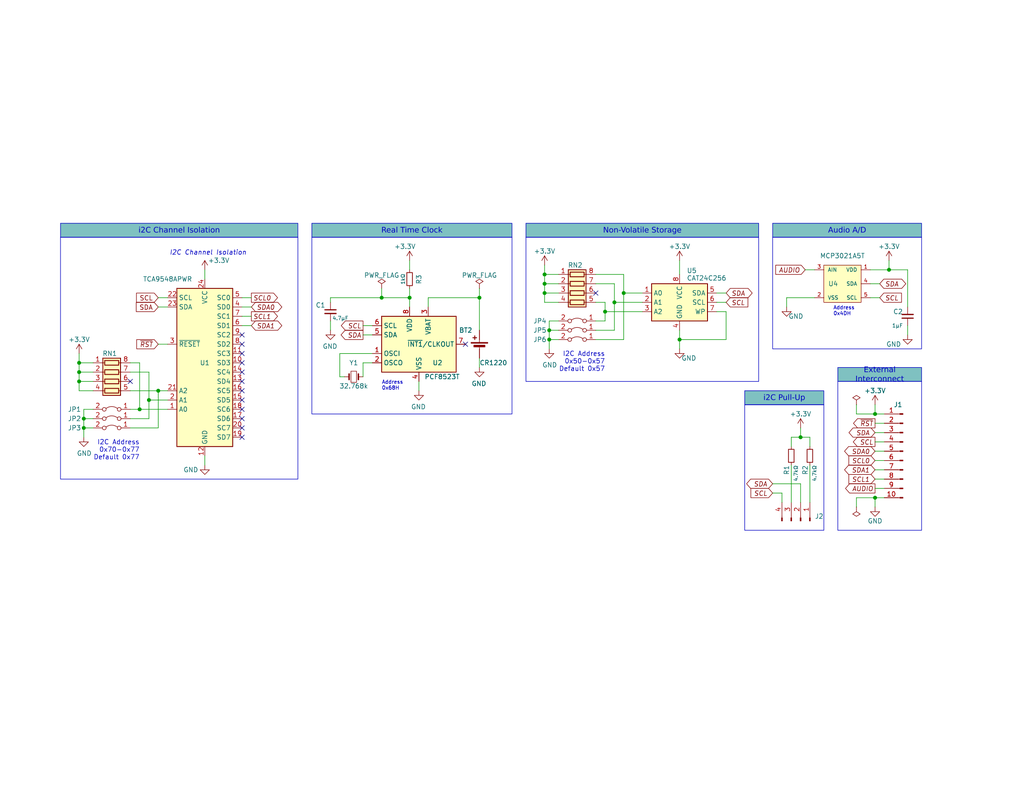
<source format=kicad_sch>
(kicad_sch (version 20230121) (generator eeschema)
  (paper "USLetter")
  (title_block (title "Radio Support") (date "2023-09-13") (rev "Original") (comment 2 "Design By: Nancy Gail Daniels - AD5EU"))
  (lib_symbols
    (symbol "Connector:Conn_01x04_Pin" (pin_names (offset 1.016) hide)
      (property "Reference" "J" (at 0 5.08 0))
      (property "Value" "Conn_01x04_Pin" (at 0 -7.62 0))
      (symbol "Conn_01x04_Pin_1_1"
        (polyline (pts (xy 1.27 -5.08) (xy 0.8636 -5.08)) (stroke (width 0.1524)))
        (polyline (pts (xy 1.27 -2.54) (xy 0.8636 -2.54)) (stroke (width 0.1524)))
        (polyline (pts (xy 1.27 0) (xy 0.8636 0)) (stroke (width 0.1524)))
        (polyline (pts (xy 1.27 2.54) (xy 0.8636 2.54)) (stroke (width 0.1524)))
        (rectangle (start 0.8636 -4.953) (end 0 -5.207) (stroke (width 0.1524)) (fill (type outline)))
        (rectangle (start 0.8636 -2.413) (end 0 -2.667) (stroke (width 0.1524)) (fill (type outline)))
        (rectangle (start 0.8636 0.127) (end 0 -0.127) (stroke (width 0.1524)) (fill (type outline)))
        (rectangle (start 0.8636 2.667) (end 0 2.413) (stroke (width 0.1524)) (fill (type outline)))
        (pin passive line (at 5.08 2.54 180) (length 3.81) (name "Pin_1") (number "1"))
        (pin passive line (at 5.08 0 180) (length 3.81) (name "Pin_2") (number "2"))
        (pin passive line (at 5.08 -2.54 180) (length 3.81) (name "Pin_3") (number "3"))
        (pin passive line (at 5.08 -5.08 180) (length 3.81) (name "Pin_4") (number "4"))
      )
    )
    (symbol "Connector:Conn_01x10_Pin" (pin_names (offset 1.016) hide)
      (property "Reference" "J" (at 0 12.7 0))
      (property "Value" "Conn_01x10_Pin" (at 0 -15.24 0))
      (symbol "Conn_01x10_Pin_1_1"
        (polyline (pts (xy 1.27 -12.7) (xy 0.8636 -12.7)) (stroke (width 0.1524)))
        (polyline (pts (xy 1.27 -10.16) (xy 0.8636 -10.16)) (stroke (width 0.1524)))
        (polyline (pts (xy 1.27 -7.62) (xy 0.8636 -7.62)) (stroke (width 0.1524)))
        (polyline (pts (xy 1.27 -5.08) (xy 0.8636 -5.08)) (stroke (width 0.1524)))
        (polyline (pts (xy 1.27 -2.54) (xy 0.8636 -2.54)) (stroke (width 0.1524)))
        (polyline (pts (xy 1.27 0) (xy 0.8636 0)) (stroke (width 0.1524)))
        (polyline (pts (xy 1.27 2.54) (xy 0.8636 2.54)) (stroke (width 0.1524)))
        (polyline (pts (xy 1.27 5.08) (xy 0.8636 5.08)) (stroke (width 0.1524)))
        (polyline (pts (xy 1.27 7.62) (xy 0.8636 7.62)) (stroke (width 0.1524)))
        (polyline (pts (xy 1.27 10.16) (xy 0.8636 10.16)) (stroke (width 0.1524)))
        (rectangle (start 0.8636 -12.573) (end 0 -12.827) (stroke (width 0.1524)) (fill (type outline)))
        (rectangle (start 0.8636 -10.033) (end 0 -10.287) (stroke (width 0.1524)) (fill (type outline)))
        (rectangle (start 0.8636 -7.493) (end 0 -7.747) (stroke (width 0.1524)) (fill (type outline)))
        (rectangle (start 0.8636 -4.953) (end 0 -5.207) (stroke (width 0.1524)) (fill (type outline)))
        (rectangle (start 0.8636 -2.413) (end 0 -2.667) (stroke (width 0.1524)) (fill (type outline)))
        (rectangle (start 0.8636 0.127) (end 0 -0.127) (stroke (width 0.1524)) (fill (type outline)))
        (rectangle (start 0.8636 2.667) (end 0 2.413) (stroke (width 0.1524)) (fill (type outline)))
        (rectangle (start 0.8636 5.207) (end 0 4.953) (stroke (width 0.1524)) (fill (type outline)))
        (rectangle (start 0.8636 7.747) (end 0 7.493) (stroke (width 0.1524)) (fill (type outline)))
        (rectangle (start 0.8636 10.287) (end 0 10.033) (stroke (width 0.1524)) (fill (type outline)))
        (pin passive line (at 5.08 10.16 180) (length 3.81) (name "Pin_1") (number "1"))
        (pin passive line (at 5.08 -12.7 180) (length 3.81) (name "Pin_10") (number "10"))
        (pin passive line (at 5.08 7.62 180) (length 3.81) (name "Pin_2") (number "2"))
        (pin passive line (at 5.08 5.08 180) (length 3.81) (name "Pin_3") (number "3"))
        (pin passive line (at 5.08 2.54 180) (length 3.81) (name "Pin_4") (number "4"))
        (pin passive line (at 5.08 0 180) (length 3.81) (name "Pin_5") (number "5"))
        (pin passive line (at 5.08 -2.54 180) (length 3.81) (name "Pin_6") (number "6"))
        (pin passive line (at 5.08 -5.08 180) (length 3.81) (name "Pin_7") (number "7"))
        (pin passive line (at 5.08 -7.62 180) (length 3.81) (name "Pin_8") (number "8"))
        (pin passive line (at 5.08 -10.16 180) (length 3.81) (name "Pin_9") (number "9"))
      )
    )
    (symbol "Device:Battery_Cell" (pin_numbers hide) (pin_names (offset 0) hide)
      (property "Reference" "BT" (at 2.54 2.54 0))
      (property "Value" "Battery_Cell" (at 2.54 0 0))
      (symbol "Battery_Cell_0_1"
        (rectangle (start -2.286 1.778) (end 2.286 1.524) (fill (type outline)))
        (rectangle (start -1.524 1.016) (end 1.524 0.508) (fill (type outline)))
        (polyline (pts (xy 0 0.762) (xy 0 0)))
        (polyline (pts (xy 0 1.778) (xy 0 2.54)))
        (polyline (pts (xy 0.762 3.048) (xy 1.778 3.048)) (stroke (width 0.254)))
        (polyline (pts (xy 1.27 3.556) (xy 1.27 2.54)) (stroke (width 0.254)))
      )
      (symbol "Battery_Cell_1_1"
        (pin passive line (at 0 5.08 270) (length 2.54) (name "+") (number "1"))
        (pin passive line (at 0 -2.54 90) (length 2.54) (name "-") (number "2"))
      )
    )
    (symbol "Device:C_Small" (pin_numbers hide) (pin_names (offset 0.254) hide)
      (property "Reference" "C" (at 0.254 1.778 0))
      (property "Value" "C_Small" (at 0.254 -2.032 0))
      (symbol "C_Small_0_1"
        (polyline (pts (xy -1.524 -0.508) (xy 1.524 -0.508)) (stroke (width 0.3302)))
        (polyline (pts (xy -1.524 0.508) (xy 1.524 0.508)) (stroke (width 0.3048)))
      )
      (symbol "C_Small_1_1"
        (pin passive line (at 0 2.54 270) (length 2.032) (name "~") (number "1"))
        (pin passive line (at 0 -2.54 90) (length 2.032) (name "~") (number "2"))
      )
    )
    (symbol "Device:Crystal_Small" (pin_numbers hide) (pin_names (offset 1.016) hide)
      (property "Reference" "Y" (at 0 2.54 0))
      (property "Value" "Crystal_Small" (at 0 -2.54 0))
      (symbol "Crystal_Small_0_1"
        (rectangle (start -0.762 -1.524) (end 0.762 1.524))
        (polyline (pts (xy -1.27 -0.762) (xy -1.27 0.762)) (stroke (width 0.381)))
        (polyline (pts (xy 1.27 -0.762) (xy 1.27 0.762)) (stroke (width 0.381)))
      )
      (symbol "Crystal_Small_1_1"
        (pin passive line (at -2.54 0 0) (length 1.27) (name "1") (number "1"))
        (pin passive line (at 2.54 0 180) (length 1.27) (name "2") (number "2"))
      )
    )
    (symbol "Device:R_Pack04" (pin_names (offset 0) hide)
      (property "Reference" "RN" (at -7.62 0 90))
      (property "Value" "R_Pack04" (at 5.08 0 90))
      (symbol "R_Pack04_0_1"
        (rectangle (start -6.35 -2.413) (end 3.81 2.413) (stroke (width 0.254)) (fill (type background)))
        (rectangle (start -5.715 1.905) (end -4.445 -1.905) (stroke (width 0.254)))
        (rectangle (start -3.175 1.905) (end -1.905 -1.905) (stroke (width 0.254)))
        (rectangle (start -0.635 1.905) (end 0.635 -1.905) (stroke (width 0.254)))
        (polyline (pts (xy -5.08 -2.54) (xy -5.08 -1.905)))
        (polyline (pts (xy -5.08 1.905) (xy -5.08 2.54)))
        (polyline (pts (xy -2.54 -2.54) (xy -2.54 -1.905)))
        (polyline (pts (xy -2.54 1.905) (xy -2.54 2.54)))
        (polyline (pts (xy 0 -2.54) (xy 0 -1.905)))
        (polyline (pts (xy 0 1.905) (xy 0 2.54)))
        (polyline (pts (xy 2.54 -2.54) (xy 2.54 -1.905)))
        (polyline (pts (xy 2.54 1.905) (xy 2.54 2.54)))
        (rectangle (start 1.905 1.905) (end 3.175 -1.905) (stroke (width 0.254)))
      )
      (symbol "R_Pack04_1_1"
        (pin passive line (at -5.08 -5.08 90) (length 2.54) (name "R1.1") (number "1"))
        (pin passive line (at -2.54 -5.08 90) (length 2.54) (name "R2.1") (number "2"))
        (pin passive line (at 0 -5.08 90) (length 2.54) (name "R3.1") (number "3"))
        (pin passive line (at 2.54 -5.08 90) (length 2.54) (name "R4.1") (number "4"))
        (pin passive line (at 2.54 5.08 270) (length 2.54) (name "R4.2") (number "5"))
        (pin passive line (at 0 5.08 270) (length 2.54) (name "R3.2") (number "6"))
        (pin passive line (at -2.54 5.08 270) (length 2.54) (name "R2.2") (number "7"))
        (pin passive line (at -5.08 5.08 270) (length 2.54) (name "R1.2") (number "8"))
      )
    )
    (symbol "Device:R_Small" (pin_numbers hide) (pin_names (offset 0.254) hide)
      (property "Reference" "R" (at 0.762 0.508 0))
      (property "Value" "R_Small" (at 0.762 -1.016 0))
      (symbol "R_Small_0_1"
        (rectangle (start -0.762 1.778) (end 0.762 -1.778) (stroke (width 0.2032)))
      )
      (symbol "R_Small_1_1"
        (pin passive line (at 0 2.54 270) (length 0.762) (name "~") (number "1"))
        (pin passive line (at 0 -2.54 90) (length 0.762) (name "~") (number "2"))
      )
    )
    (symbol "Interface_Expansion:TCA9548APWR"
      (property "Reference" "U" (at -7.62 21.59 0))
      (property "Value" "TCA9548APWR" (at 1.016 21.59 0))
      (symbol "TCA9548APWR_0_1"
        (rectangle (start -7.62 20.32) (end 7.62 -22.86) (stroke (width 0.254)) (fill (type background)))
      )
      (symbol "TCA9548APWR_1_1"
        (pin input line (at -10.16 -12.7 0) (length 2.54) (name "A0") (number "1"))
        (pin bidirectional line (at 10.16 0 180) (length 2.54) (name "SD3") (number "10"))
        (pin output line (at 10.16 2.54 180) (length 2.54) (name "SC3") (number "11"))
        (pin power_in line (at 0 -25.4 90) (length 2.54) (name "GND") (number "12"))
        (pin bidirectional line (at 10.16 -5.08 180) (length 2.54) (name "SD4") (number "13"))
        (pin output line (at 10.16 -2.54 180) (length 2.54) (name "SC4") (number "14"))
        (pin bidirectional line (at 10.16 -10.16 180) (length 2.54) (name "SD5") (number "15"))
        (pin output line (at 10.16 -7.62 180) (length 2.54) (name "SC5") (number "16"))
        (pin bidirectional line (at 10.16 -15.24 180) (length 2.54) (name "SD6") (number "17"))
        (pin output line (at 10.16 -12.7 180) (length 2.54) (name "SC6") (number "18"))
        (pin bidirectional line (at 10.16 -20.32 180) (length 2.54) (name "SD7") (number "19"))
        (pin input line (at -10.16 -10.16 0) (length 2.54) (name "A1") (number "2"))
        (pin output line (at 10.16 -17.78 180) (length 2.54) (name "SC7") (number "20"))
        (pin input line (at -10.16 -7.62 0) (length 2.54) (name "A2") (number "21"))
        (pin input line (at -10.16 17.78 0) (length 2.54) (name "SCL") (number "22"))
        (pin bidirectional line (at -10.16 15.24 0) (length 2.54) (name "SDA") (number "23"))
        (pin power_in line (at 0 22.86 270) (length 2.54) (name "VCC") (number "24"))
        (pin input line (at -10.16 5.08 0) (length 2.54) (name "~{RESET}") (number "3"))
        (pin bidirectional line (at 10.16 15.24 180) (length 2.54) (name "SD0") (number "4"))
        (pin output line (at 10.16 17.78 180) (length 2.54) (name "SC0") (number "5"))
        (pin bidirectional line (at 10.16 10.16 180) (length 2.54) (name "SD1") (number "6"))
        (pin output line (at 10.16 12.7 180) (length 2.54) (name "SC1") (number "7"))
        (pin bidirectional line (at 10.16 5.08 180) (length 2.54) (name "SD2") (number "8"))
        (pin output line (at 10.16 7.62 180) (length 2.54) (name "SC2") (number "9"))
      )
    )
    (symbol "Jumper:Jumper_2_Bridged" (pin_names (offset 0) hide)
      (property "Reference" "JP" (at 0 1.905 0))
      (property "Value" "Jumper_2_Bridged" (at 0 -2.54 0))
      (symbol "Jumper_2_Bridged_0_0"
        (circle (center -2.032 0) (radius 0.508))
        (circle (center 2.032 0) (radius 0.508))
      )
      (symbol "Jumper_2_Bridged_0_1"
        (arc (start 1.524 0.254) (mid 0 0.762) (end -1.524 0.254))
      )
      (symbol "Jumper_2_Bridged_1_1"
        (pin passive line (at -5.08 0 0) (length 2.54) (name "A") (number "1"))
        (pin passive line (at 5.08 0 180) (length 2.54) (name "B") (number "2"))
      )
    )
    (symbol "MCP3021A5T-E_OT:MCP3021A5T-E_OT" (pin_names (offset 1.016))
      (property "Reference" "U" (at -12.7 13.6906 0))
      (property "Value" "MCP3021A5T-E_OT" (at -12.7 -16.6878 0))
      (symbol "MCP3021A5T-E_OT_0_0"
        (pin power_in line (at 0 11.43 180) (length 2.54) (name "VDD") (number "1"))
        (pin power_in line (at -15.24 3.81 0) (length 2.54) (name "VSS") (number "2"))
        (pin input line (at -15.24 11.43 0) (length 2.54) (name "AIN") (number "3"))
        (pin bidirectional line (at 0 7.62 180) (length 2.54) (name "SDA") (number "4"))
        (pin input line (at 0 3.81 180) (length 2.54) (name "SCL") (number "5"))
      )
      (symbol "MCP3021A5T-E_OT_1_1"
        (rectangle (start -12.7 12.7) (end -2.54 2.54) (fill (type background)))
      )
    )
    (symbol "Memory_EEPROM:CAT24C256"
      (property "Reference" "U" (at -6.35 6.35 0))
      (property "Value" "CAT24C256" (at 1.27 6.35 0))
      (symbol "CAT24C256_1_1"
        (rectangle (start -7.62 5.08) (end 7.62 -5.08) (stroke (width 0.254)) (fill (type background)))
        (pin input line (at -10.16 2.54 0) (length 2.54) (name "A0") (number "1"))
        (pin input line (at -10.16 0 0) (length 2.54) (name "A1") (number "2"))
        (pin input line (at -10.16 -2.54 0) (length 2.54) (name "A2") (number "3"))
        (pin power_in line (at 0 -7.62 90) (length 2.54) (name "GND") (number "4"))
        (pin bidirectional line (at 10.16 2.54 180) (length 2.54) (name "SDA") (number "5"))
        (pin input line (at 10.16 0 180) (length 2.54) (name "SCL") (number "6"))
        (pin input line (at 10.16 -2.54 180) (length 2.54) (name "WP") (number "7"))
        (pin power_in line (at 0 7.62 270) (length 2.54) (name "VCC") (number "8"))
      )
    )
    (symbol "Timer_RTC:PCF8523T"
      (property "Reference" "U" (at -10.16 8.89 0))
      (property "Value" "PCF8523T" (at 3.81 8.89 0))
      (symbol "PCF8523T_0_1"
        (rectangle (start -10.16 7.62) (end 10.16 -7.62) (stroke (width 0.254)) (fill (type background)))
      )
      (symbol "PCF8523T_1_1"
        (pin input line (at -12.7 -2.54 0) (length 2.54) (name "OSCI") (number "1"))
        (pin output line (at -12.7 -5.08 0) (length 2.54) (name "OSCO") (number "2"))
        (pin power_in line (at 2.54 10.16 270) (length 2.54) (name "VBAT") (number "3"))
        (pin power_in line (at 0 -10.16 90) (length 2.54) (name "VSS") (number "4"))
        (pin bidirectional line (at -12.7 2.54 0) (length 2.54) (name "SDA") (number "5"))
        (pin input line (at -12.7 5.08 0) (length 2.54) (name "SCL") (number "6"))
        (pin open_collector line (at 12.7 0 180) (length 2.54) (name "~{INT1}/CLKOUT") (number "7"))
        (pin power_in line (at -2.54 10.16 270) (length 2.54) (name "VDD") (number "8"))
      )
    )
    (symbol "power:+3.3V" (power) (pin_names (offset 0))
      (property "Value" "+3.3V" (at 0 3.556 0))
      (symbol "+3.3V_0_1"
        (polyline (pts (xy -0.762 1.27) (xy 0 2.54)))
        (polyline (pts (xy 0 0) (xy 0 2.54)))
        (polyline (pts (xy 0 2.54) (xy 0.762 1.27)))
      )
      (symbol "+3.3V_1_1"
        (pin power_in line (at 0 0 90) (length 0) hide (name "+3.3V") (number "1"))
      )
    )
    (symbol "power:GND" (power) (pin_names (offset 0))
      (property "Value" "GND" (at 0 -3.81 0))
      (symbol "GND_0_1"
        (polyline (pts (xy 0 0) (xy 0 -1.27) (xy 1.27 -1.27) (xy 0 -2.54) (xy -1.27 -1.27) (xy 0 -1.27)))
      )
      (symbol "GND_1_1"
        (pin power_in line (at 0 0 270) (length 0) hide (name "GND") (number "1"))
      )
    )
    (symbol "power:PWR_FLAG" (power) (pin_numbers hide) (pin_names (offset 0) hide)
      (property "Value" "PWR_FLAG" (at 0 3.81 0))
      (symbol "PWR_FLAG_0_0"
        (pin power_out line (at 0 0 90) (length 0) (name "pwr") (number "1"))
      )
      (symbol "PWR_FLAG_0_1"
        (polyline (pts (xy 0 0) (xy 0 1.27) (xy -1.016 1.905) (xy 0 2.54) (xy 1.016 1.905) (xy 0 1.27)))
      )
    )
  )
  (junction (at 104.14 81.28))
  (junction (at 242.57 73.66))
  (junction (at 148.59 77.47))
  (junction (at 22.86 116.84))
  (junction (at 165.1 85.09))
  (junction (at 21.59 104.14))
  (junction (at 21.59 99.06))
  (junction (at 149.86 92.71))
  (junction (at 130.81 81.28))
  (junction (at 22.86 114.3))
  (junction (at 167.64 82.55))
  (junction (at 21.59 101.6))
  (junction (at 170.18 80.01))
  (junction (at 218.44 119.38))
  (junction (at 238.76 113.03))
  (junction (at 111.76 81.28))
  (junction (at 238.76 135.89))
  (junction (at 148.59 74.93))
  (junction (at 185.42 92.71))
  (junction (at 43.18 106.68))
  (junction (at 149.86 90.17))
  (junction (at 40.64 109.22))
  (junction (at 38.1 111.76))
  (junction (at 148.59 80.01))
  (no_connect (at 35.56 104.14))
  (no_connect (at 66.04 99.06))
  (no_connect (at 66.04 106.68))
  (no_connect (at 66.04 119.38))
  (no_connect (at 127 93.98))
  (no_connect (at 66.04 104.14))
  (no_connect (at 66.04 111.76))
  (no_connect (at 66.04 116.84))
  (no_connect (at 66.04 109.22))
  (no_connect (at 66.04 101.6))
  (no_connect (at 66.04 93.98))
  (no_connect (at 66.04 91.44))
  (no_connect (at 66.04 96.52))
  (no_connect (at 66.04 114.3))
  (no_connect (at 162.56 80.01))
  (wire (pts (xy 130.81 81.28) (xy 130.81 78.74)))
  (wire (pts (xy 237.49 73.66) (xy 242.57 73.66)))
  (wire (pts (xy 116.84 83.82) (xy 116.84 81.28)))
  (wire (pts (xy 152.4 90.17) (xy 149.86 90.17)))
  (wire (pts (xy 25.4 101.6) (xy 21.59 101.6)))
  (wire (pts (xy 55.88 124.46) (xy 55.88 127)))
  (wire (pts (xy 99.06 88.9) (xy 101.6 88.9)))
  (wire (pts (xy 222.25 73.66) (xy 219.71 73.66)))
  (wire (pts (xy 152.4 92.71) (xy 149.86 92.71)))
  (wire (pts (xy 99.06 91.44) (xy 101.6 91.44)))
  (wire (pts (xy 149.86 90.17) (xy 149.86 92.71)))
  (wire (pts (xy 43.18 116.84) (xy 35.56 116.84)))
  (wire (pts (xy 247.65 88.9) (xy 247.65 91.44)))
  (wire (pts (xy 152.4 77.47) (xy 148.59 77.47)))
  (wire (pts (xy 233.68 135.89) (xy 233.68 138.43)))
  (wire (pts (xy 214.63 81.28) (xy 214.63 83.82)))
  (wire (pts (xy 43.18 93.98) (xy 45.72 93.98)))
  (wire (pts (xy 92.71 96.52) (xy 92.71 102.87)))
  (wire (pts (xy 165.1 85.09) (xy 165.1 87.63)))
  (wire (pts (xy 210.82 132.08) (xy 218.44 132.08)))
  (wire (pts (xy 242.57 73.66) (xy 247.65 73.66)))
  (wire (pts (xy 90.17 81.28) (xy 90.17 82.55)))
  (wire (pts (xy 238.76 135.89) (xy 238.76 138.43)))
  (wire (pts (xy 35.56 114.3) (xy 40.64 114.3)))
  (wire (pts (xy 247.65 73.66) (xy 247.65 83.82)))
  (wire (pts (xy 38.1 99.06) (xy 38.1 111.76)))
  (wire (pts (xy 38.1 99.06) (xy 35.56 99.06)))
  (wire (pts (xy 220.98 119.38) (xy 220.98 121.92)))
  (wire (pts (xy 111.76 81.28) (xy 104.14 81.28)))
  (wire (pts (xy 238.76 133.35) (xy 241.3 133.35)))
  (wire (pts (xy 25.4 116.84) (xy 22.86 116.84)))
  (wire (pts (xy 101.6 99.06) (xy 99.06 99.06)))
  (wire (pts (xy 215.9 119.38) (xy 218.44 119.38)))
  (wire (pts (xy 238.76 113.03) (xy 233.68 113.03)))
  (wire (pts (xy 148.59 80.01) (xy 148.59 82.55)))
  (wire (pts (xy 162.56 82.55) (xy 165.1 82.55)))
  (wire (pts (xy 148.59 77.47) (xy 148.59 80.01)))
  (wire (pts (xy 111.76 78.74) (xy 111.76 81.28)))
  (wire (pts (xy 21.59 99.06) (xy 21.59 101.6)))
  (wire (pts (xy 101.6 96.52) (xy 92.71 96.52)))
  (wire (pts (xy 213.36 134.62) (xy 213.36 137.16)))
  (wire (pts (xy 238.76 135.89) (xy 241.3 135.89)))
  (wire (pts (xy 25.4 99.06) (xy 21.59 99.06)))
  (wire (pts (xy 170.18 80.01) (xy 170.18 92.71)))
  (wire (pts (xy 167.64 82.55) (xy 175.26 82.55)))
  (wire (pts (xy 233.68 113.03) (xy 233.68 110.49)))
  (wire (pts (xy 185.42 92.71) (xy 198.12 92.71)))
  (wire (pts (xy 104.14 81.28) (xy 90.17 81.28)))
  (wire (pts (xy 238.76 125.73) (xy 241.3 125.73)))
  (wire (pts (xy 238.76 130.81) (xy 241.3 130.81)))
  (wire (pts (xy 25.4 106.68) (xy 21.59 106.68)))
  (wire (pts (xy 25.4 111.76) (xy 22.86 111.76)))
  (wire (pts (xy 167.64 77.47) (xy 162.56 77.47)))
  (wire (pts (xy 242.57 71.12) (xy 242.57 73.66)))
  (wire (pts (xy 130.81 97.79) (xy 130.81 100.33)))
  (wire (pts (xy 116.84 81.28) (xy 130.81 81.28)))
  (wire (pts (xy 21.59 96.52) (xy 21.59 99.06)))
  (wire (pts (xy 170.18 74.93) (xy 170.18 80.01)))
  (wire (pts (xy 195.58 85.09) (xy 198.12 85.09)))
  (wire (pts (xy 238.76 128.27) (xy 241.3 128.27)))
  (wire (pts (xy 40.64 114.3) (xy 40.64 109.22)))
  (wire (pts (xy 22.86 111.76) (xy 22.86 114.3)))
  (wire (pts (xy 152.4 87.63) (xy 149.86 87.63)))
  (wire (pts (xy 149.86 92.71) (xy 149.86 95.25)))
  (wire (pts (xy 43.18 106.68) (xy 45.72 106.68)))
  (wire (pts (xy 149.86 87.63) (xy 149.86 90.17)))
  (wire (pts (xy 104.14 78.74) (xy 104.14 81.28)))
  (wire (pts (xy 238.76 115.57) (xy 241.3 115.57)))
  (wire (pts (xy 92.71 102.87) (xy 93.98 102.87)))
  (wire (pts (xy 238.76 110.49) (xy 238.76 113.03)))
  (wire (pts (xy 152.4 74.93) (xy 148.59 74.93)))
  (wire (pts (xy 148.59 72.39) (xy 148.59 74.93)))
  (wire (pts (xy 43.18 83.82) (xy 45.72 83.82)))
  (wire (pts (xy 218.44 119.38) (xy 220.98 119.38)))
  (wire (pts (xy 25.4 114.3) (xy 22.86 114.3)))
  (wire (pts (xy 170.18 92.71) (xy 162.56 92.71)))
  (wire (pts (xy 99.06 99.06) (xy 99.06 102.87)))
  (wire (pts (xy 237.49 77.47) (xy 240.03 77.47)))
  (wire (pts (xy 167.64 82.55) (xy 167.64 90.17)))
  (wire (pts (xy 90.17 87.63) (xy 90.17 90.17)))
  (wire (pts (xy 130.81 81.28) (xy 130.81 90.17)))
  (wire (pts (xy 111.76 71.12) (xy 111.76 73.66)))
  (wire (pts (xy 38.1 111.76) (xy 35.56 111.76)))
  (wire (pts (xy 170.18 74.93) (xy 162.56 74.93)))
  (wire (pts (xy 22.86 114.3) (xy 22.86 116.84)))
  (wire (pts (xy 35.56 106.68) (xy 43.18 106.68)))
  (wire (pts (xy 148.59 74.93) (xy 148.59 77.47)))
  (wire (pts (xy 175.26 80.01) (xy 170.18 80.01)))
  (wire (pts (xy 218.44 116.84) (xy 218.44 119.38)))
  (wire (pts (xy 241.3 113.03) (xy 238.76 113.03)))
  (wire (pts (xy 167.64 77.47) (xy 167.64 82.55)))
  (wire (pts (xy 165.1 87.63) (xy 162.56 87.63)))
  (wire (pts (xy 21.59 104.14) (xy 25.4 104.14)))
  (wire (pts (xy 195.58 80.01) (xy 198.12 80.01)))
  (wire (pts (xy 165.1 82.55) (xy 165.1 85.09)))
  (wire (pts (xy 220.98 127) (xy 220.98 137.16)))
  (wire (pts (xy 21.59 104.14) (xy 21.59 106.68)))
  (wire (pts (xy 215.9 121.92) (xy 215.9 119.38)))
  (wire (pts (xy 66.04 81.28) (xy 68.58 81.28)))
  (wire (pts (xy 198.12 85.09) (xy 198.12 92.71)))
  (wire (pts (xy 215.9 127) (xy 215.9 137.16)))
  (wire (pts (xy 218.44 132.08) (xy 218.44 137.16)))
  (wire (pts (xy 238.76 120.65) (xy 241.3 120.65)))
  (wire (pts (xy 66.04 83.82) (xy 68.58 83.82)))
  (wire (pts (xy 21.59 101.6) (xy 21.59 104.14)))
  (wire (pts (xy 66.04 88.9) (xy 68.58 88.9)))
  (wire (pts (xy 210.82 134.62) (xy 213.36 134.62)))
  (wire (pts (xy 114.3 104.14) (xy 114.3 106.68)))
  (wire (pts (xy 40.64 101.6) (xy 35.56 101.6)))
  (wire (pts (xy 148.59 80.01) (xy 152.4 80.01)))
  (wire (pts (xy 165.1 85.09) (xy 175.26 85.09)))
  (wire (pts (xy 40.64 109.22) (xy 40.64 101.6)))
  (wire (pts (xy 55.88 76.2) (xy 55.88 73.66)))
  (wire (pts (xy 185.42 71.12) (xy 185.42 74.93)))
  (wire (pts (xy 43.18 81.28) (xy 45.72 81.28)))
  (wire (pts (xy 43.18 106.68) (xy 43.18 116.84)))
  (wire (pts (xy 185.42 92.71) (xy 185.42 95.25)))
  (wire (pts (xy 66.04 86.36) (xy 68.58 86.36)))
  (wire (pts (xy 152.4 82.55) (xy 148.59 82.55)))
  (wire (pts (xy 240.03 81.28) (xy 237.49 81.28)))
  (wire (pts (xy 185.42 90.17) (xy 185.42 92.71)))
  (wire (pts (xy 222.25 81.28) (xy 214.63 81.28)))
  (wire (pts (xy 162.56 90.17) (xy 167.64 90.17)))
  (wire (pts (xy 40.64 109.22) (xy 45.72 109.22)))
  (wire (pts (xy 111.76 81.28) (xy 111.76 83.82)))
  (wire (pts (xy 22.86 116.84) (xy 22.86 119.38)))
  (wire (pts (xy 238.76 118.11) (xy 241.3 118.11)))
  (wire (pts (xy 238.76 123.19) (xy 241.3 123.19)))
  (wire (pts (xy 238.76 135.89) (xy 233.68 135.89)))
  (wire (pts (xy 38.1 111.76) (xy 45.72 111.76)))
  (wire (pts (xy 195.58 82.55) (xy 198.12 82.55)))
  (rectangle (start 210.82 64.77) (end 251.46 95.25))
  (rectangle (start 85.09 64.77) (end 139.7 113.03))
  (rectangle (start 228.6 104.14) (end 251.46 144.78))
  (rectangle (start 203.2 110.49) (end 224.79 144.78))
  (rectangle (start 143.51 64.77) (end 207.01 104.14))
  (rectangle (start 16.51 64.77) (end 81.28 130.81))
  (text_box "i2C Channel Isolation" (at 16.51 60.96 0) (size 64.77 3.81) (fill (type color) (color 0 132 132 0.5)) (effects (font (size 1.5 1.5))))
  (text_box "Audio A/D" (at 210.82 60.96 0) (size 40.64 3.81) (fill (type color) (color 0 132 132 0.5)) (effects (font (size 1.5 1.5))))
  (text_box "Non-Volatile Storage" (at 143.51 60.96 0) (size 63.5 3.81) (fill (type color) (color 0 132 132 0.5)) (effects (font (size 1.5 1.5))))
  (text_box "External Interconnect" (at 228.6 100.33 0) (size 22.86 3.81) (fill (type color) (color 0 132 132 0.5)) (effects (font (size 1.5 1.5))))
  (text_box "Real Time Clock" (at 85.09 60.96 0) (size 54.61 3.81) (fill (type color) (color 0 132 132 0.5)) (effects (font (size 1.5 1.5))))
  (text_box "i2C Pull-Up" (at 203.2 106.68 0) (size 21.59 3.81) (fill (type color) (color 0 132 132 0.5)) (effects (font (size 1.5 1.5))))
  (text "Address\n0x68H\n" (at 104.14 106.68 0) (effects (font (size 0.9906 0.9906)) (justify left bottom)))
  (text "I2C Channel Isolation" (at 67.31 69.85 0) (effects (font (size 1.27 1.27) italic) (justify right bottom)))
  (text "Address\n0x4DH\n" (at 227.33 86.36 0) (effects (font (size 0.9906 0.9906)) (justify left bottom)))
  (text "I2C Address\n0x70-0x77\nDefault 0x77" (at 38.1 125.73 0) (effects (font (size 1.27 1.27)) (justify right bottom)))
  (text "I2C Address\n0x50-0x57\nDefault 0x57" (at 165.1 101.6 0) (effects (font (size 1.27 1.27)) (justify right bottom)))
  (global_label "SCL" (shape output) (at 238.76 120.65 180) (effects (font italic)) (property "Intersheetrefs" "${INTERSHEET_REFS}" (effects hide)))
  (global_label "SDA" (shape bidirectional) (at 240.03 77.47 0) (effects (font italic)) (property "Intersheetrefs" "${INTERSHEET_REFS}" (effects hide)))
  (global_label "SCL0" (shape output) (at 68.58 81.28 0) (effects (font italic)) (property "Intersheetrefs" "${INTERSHEET_REFS}" (effects hide)))
  (global_label "AUDIO" (shape output) (at 238.76 133.35 180) (effects (font italic)) (property "Intersheetrefs" "${INTERSHEET_REFS}" (effects hide)))
  (global_label "SCL1" (shape input) (at 238.76 130.81 180) (effects (font italic)) (property "Intersheetrefs" "${INTERSHEET_REFS}" (effects hide)))
  (global_label "SCL" (shape input) (at 210.82 134.62 180) (effects (font italic)) (property "Intersheetrefs" "${INTERSHEET_REFS}" (effects hide)))
  (global_label "AUDIO" (shape input) (at 219.71 73.66 180) (effects (font italic)) (property "Intersheetrefs" "${INTERSHEET_REFS}" (effects hide)))
  (global_label "SCL" (shape input) (at 198.12 82.55 0) (effects (font italic)) (property "Intersheetrefs" "${INTERSHEET_REFS}" (effects hide)))
  (global_label "~{RST}" (shape input) (at 43.18 93.98 180) (effects (font italic)) (property "Intersheetrefs" "${INTERSHEET_REFS}" (effects hide)))
  (global_label "SDA" (shape output) (at 99.06 91.44 180) (effects (font italic)) (property "Intersheetrefs" "${INTERSHEET_REFS}" (effects hide)))
  (global_label "SDA1" (shape bidirectional) (at 238.76 128.27 180) (effects (font italic)) (property "Intersheetrefs" "${INTERSHEET_REFS}" (effects hide)))
  (global_label "SDA" (shape bidirectional) (at 210.82 132.08 180) (effects (font italic)) (property "Intersheetrefs" "${INTERSHEET_REFS}" (effects hide)))
  (global_label "SCL1" (shape output) (at 68.58 86.36 0) (effects (font italic)) (property "Intersheetrefs" "${INTERSHEET_REFS}" (effects hide)))
  (global_label "SCL" (shape output) (at 99.06 88.9 180) (effects (font italic)) (property "Intersheetrefs" "${INTERSHEET_REFS}" (effects hide)))
  (global_label "SCL0" (shape input) (at 238.76 125.73 180) (effects (font italic)) (property "Intersheetrefs" "${INTERSHEET_REFS}" (effects hide)))
  (global_label "SDA0" (shape bidirectional) (at 68.58 83.82 0) (effects (font italic)) (property "Intersheetrefs" "${INTERSHEET_REFS}" (effects hide)))
  (global_label "SDA" (shape input) (at 43.18 83.82 180) (property "Intersheetrefs" "${INTERSHEET_REFS}" (effects hide)))
  (global_label "SCL" (shape input) (at 240.03 81.28 0) (effects (font italic)) (property "Intersheetrefs" "${INTERSHEET_REFS}" (effects hide)))
  (global_label "SCL" (shape input) (at 43.18 81.28 180) (property "Intersheetrefs" "${INTERSHEET_REFS}" (effects hide)))
  (global_label "SDA0" (shape bidirectional) (at 238.76 123.19 180) (effects (font italic)) (property "Intersheetrefs" "${INTERSHEET_REFS}" (effects hide)))
  (global_label "SDA" (shape bidirectional) (at 198.12 80.01 0) (effects (font italic)) (property "Intersheetrefs" "${INTERSHEET_REFS}" (effects hide)))
  (global_label "SDA1" (shape bidirectional) (at 68.58 88.9 0) (effects (font italic)) (property "Intersheetrefs" "${INTERSHEET_REFS}" (effects hide)))
  (global_label "~{RST}" (shape output) (at 238.76 115.57 180) (effects (font italic)) (property "Intersheetrefs" "${INTERSHEET_REFS}" (effects hide)))
  (global_label "SDA" (shape bidirectional) (at 238.76 118.11 180) (effects (font italic)) (property "Intersheetrefs" "${INTERSHEET_REFS}" (effects hide)))
  (symbol (lib_id "power:GND") (at 22.86 119.38 0) (unit 1)
    (property "Reference" "#PWR0109" (effects hide))
    (property "Value" "GND" (at 22.987 123.7742 0))
  )
  (symbol (lib_id "Interface_Expansion:TCA9548APWR") (at 55.88 99.06 0) (unit 1)
    (property "Reference" "U1" (at 55.88 99.06 0))
    (property "Value" "TCA9548APWR" (at 45.72 76.2 0))
    (property "Footprint" "Package_SO:TSSOP-24_4.4x7.8mm_P0.65mm" (effects hide))
    (property "Datasheet" "http://www.ti.com/lit/ds/symlink/tca9548a.pdf" (effects hide))
  )
  (symbol (lib_id "power:GND") (at 55.88 127 0) (mirror y) (unit 1)
    (property "Reference" "#PWR0111" (effects hide))
    (property "Value" "GND" (at 52.07 128.27 0))
  )
  (symbol (lib_id "MCP3021A5T-E_OT:MCP3021A5T-E_OT") (at 237.49 85.09 0) (unit 1)
    (property "Reference" "U4" (at 227.33 77.47 0))
    (property "Value" "MCP3021A5T" (at 229.87 69.85 0))
    (property "Footprint" "Package_TO_SOT_SMD:SOT-23-5" (effects hide))
  )
  (symbol (lib_id "Connector:Conn_01x10_Pin") (at 246.38 123.19 0) (mirror y) (unit 1)
    (property "Reference" "J1" (at 243.84 110.49 0) (effects (justify right)))
    (property "Value" "Conn_01x10_Pin" (effects hide))
    (property "Footprint" "Connector_PinHeader_2.54mm:PinHeader_1x10_P2.54mm_Vertical" (effects hide))
  )
  (symbol (lib_id "power:PWR_FLAG") (at 233.68 138.43 180) (unit 1)
    (property "Reference" "#FLG02" (effects hide))
    (property "Value" "PWR_FLAG" (effects hide))
  )
  (symbol (lib_id "power:+3.3V") (at 242.57 71.12 0) (unit 1)
    (property "Reference" "#PWR05" (effects hide))
    (property "Value" "+3.3V" (at 242.57 67.31 0))
  )
  (symbol (lib_id "Jumper:Jumper_2_Bridged") (at 30.48 114.3 0) (mirror y) (unit 1)
    (property "Reference" "JP2" (at 20.32 114.3 0))
    (property "Value" "Jumper_2_Bridged" (effects hide))
    (property "Footprint" "Jumper:SolderJumper-2_P1.3mm_Open_RoundedPad1.0x1.5mm" (effects hide))
  )
  (symbol (lib_id "power:+3.3V") (at 238.76 110.49 0) (mirror y) (unit 1)
    (property "Reference" "#PWR07" (effects hide))
    (property "Value" "+3.3V" (at 238.76 106.68 0))
  )
  (symbol (lib_id "power:GND") (at 149.86 95.25 0) (unit 1)
    (property "Reference" "#PWR03" (effects hide))
    (property "Value" "GND" (at 149.987 99.6442 0))
  )
  (symbol (lib_id "power:GND") (at 247.65 91.44 0) (mirror y) (unit 1)
    (property "Reference" "#PWR09" (effects hide))
    (property "Value" "GND" (at 243.84 93.98 0))
  )
  (symbol (lib_id "Device:Battery_Cell") (at 130.81 95.25 0) (mirror y) (unit 1)
    (property "Reference" "BT2" (at 128.905 90.17 0) (effects (justify left)))
    (property "Value" "CR1220" (at 138.43 99.06 0) (effects (justify left)))
    (property "Footprint" "CR1220:BAT_BR1225A_HBN" (effects hide))
  )
  (symbol (lib_id "power:+3.3V") (at 185.42 71.12 0) (unit 1)
    (property "Reference" "#PWR0103" (effects hide))
    (property "Value" "+3.3V" (at 185.42 67.31 0))
  )
  (symbol (lib_id "Timer_RTC:PCF8523T") (at 114.3 93.98 0) (unit 1)
    (property "Reference" "U2" (at 119.38 99.06 0))
    (property "Value" "PCF8523T" (at 120.65 102.87 0))
    (property "Footprint" "Package_SO:SOIC-8_3.9x4.9mm_P1.27mm" (effects hide))
    (property "Datasheet" "https://www.nxp.com/docs/en/data-sheet/PCF8523.pdf" (effects hide))
  )
  (symbol (lib_id "power:+3.3V") (at 111.76 71.12 0) (mirror y) (unit 1)
    (property "Reference" "#PWR021" (effects hide))
    (property "Value" "+3.3V" (at 110.49 67.31 0))
  )
  (symbol (lib_id "Connector:Conn_01x04_Pin") (at 218.44 142.24 270) (mirror x) (unit 1)
    (property "Reference" "J2" (at 223.52 140.97 90))
    (property "Value" "Conn_01x04_Pin" (effects hide))
    (property "Footprint" "Connector_PinHeader_2.54mm:PinHeader_1x04_P2.54mm_Vertical" (effects hide))
  )
  (symbol (lib_id "power:GND") (at 214.63 83.82 0) (mirror y) (unit 1)
    (property "Reference" "#PWR02" (effects hide))
    (property "Value" "GND" (at 217.17 86.36 0))
  )
  (symbol (lib_id "Device:C_Small") (at 247.65 86.36 180) (unit 1)
    (property "Reference" "C2" (at 246.38 85.09 0) (effects (justify left)))
    (property "Value" "1µF" (at 246.38 88.9 0) (effects (font (size 0.9906 0.9906)) (justify left)))
    (property "Footprint" "Capacitor_SMD:C_0603_1608Metric" (effects hide))
  )
  (symbol (lib_id "Device:R_Pack04") (at 30.48 104.14 270) (unit 1)
    (property "Reference" "RN1" (at 27.94 96.52 90) (effects (justify left)))
    (property "Value" "10kΩ" (effects hide))
    (property "Footprint" "Resistor_SMD:R_Array_Convex_4x0603" (effects hide))
  )
  (symbol (lib_id "power:GND") (at 130.81 100.33 0) (mirror y) (unit 1)
    (property "Reference" "#PWR023" (effects hide))
    (property "Value" "GND" (at 130.683 104.7242 0))
  )
  (symbol (lib_id "power:GND") (at 90.17 90.17 0) (mirror y) (unit 1)
    (property "Reference" "#PWR019" (effects hide))
    (property "Value" "GND" (at 90.043 94.5642 0))
  )
  (symbol (lib_id "power:+3.3V") (at 55.88 73.66 0) (mirror y) (unit 1)
    (property "Reference" "#PWR0101" (effects hide))
    (property "Value" "+3.3V" (at 59.69 71.12 0))
  )
  (symbol (lib_id "power:GND") (at 114.3 106.68 0) (mirror y) (unit 1)
    (property "Reference" "#PWR022" (effects hide))
    (property "Value" "GND" (at 114.173 111.0742 0))
  )
  (symbol (lib_id "Device:Crystal_Small") (at 96.52 102.87 0) (unit 1)
    (property "Reference" "Y1" (at 96.52 99.06 0))
    (property "Value" "32.768k" (at 96.52 105.41 0))
    (property "Footprint" "RT3215:RT3215-32.768-12.5-TR" (effects hide))
  )
  (symbol (lib_id "power:+3.3V") (at 148.59 72.39 0) (mirror y) (unit 1)
    (property "Reference" "#PWR01" (effects hide))
    (property "Value" "+3.3V" (at 148.59 68.58 0))
  )
  (symbol (lib_id "Device:R_Small") (at 220.98 124.46 180) (unit 1)
    (property "Reference" "R2" (at 219.71 127 90) (effects (justify left)))
    (property "Value" "4.7kΩ" (at 222.25 127 90) (effects (font (size 0.9906 0.9906)) (justify left)))
    (property "Footprint" "Resistor_SMD:R_0603_1608Metric" (effects hide))
  )
  (symbol (lib_id "power:+3.3V") (at 21.59 96.52 0) (mirror y) (unit 1)
    (property "Reference" "#PWR0115" (effects hide))
    (property "Value" "+3.3V" (at 21.59 92.71 0))
  )
  (symbol (lib_id "Jumper:Jumper_2_Bridged") (at 30.48 111.76 0) (mirror y) (unit 1)
    (property "Reference" "JP1" (at 20.32 111.76 0))
    (property "Value" "Jumper_2_Bridged" (effects hide))
    (property "Footprint" "Jumper:SolderJumper-2_P1.3mm_Open_RoundedPad1.0x1.5mm" (effects hide))
  )
  (symbol (lib_id "Jumper:Jumper_2_Bridged") (at 30.48 116.84 0) (mirror y) (unit 1)
    (property "Reference" "JP3" (at 20.32 116.84 0))
    (property "Value" "Jumper_2_Bridged" (effects hide))
    (property "Footprint" "Jumper:SolderJumper-2_P1.3mm_Open_RoundedPad1.0x1.5mm" (effects hide))
  )
  (symbol (lib_id "Device:C_Small") (at 90.17 85.09 0) (unit 1)
    (property "Reference" "C1" (at 86.106 83.312 0) (effects (justify left)))
    (property "Value" "4.7µF" (at 90.678 86.868 0) (effects (font (size 0.9906 0.9906)) (justify left)))
    (property "Footprint" "Capacitor_SMD:C_0603_1608Metric" (effects hide))
  )
  (symbol (lib_id "Device:R_Pack04") (at 157.48 80.01 270) (unit 1)
    (property "Reference" "RN2" (at 154.94 72.39 90) (effects (justify left)))
    (property "Value" "10kΩ" (effects hide))
    (property "Footprint" "Resistor_SMD:R_Array_Convex_4x0603" (effects hide))
  )
  (symbol (lib_id "Jumper:Jumper_2_Bridged") (at 157.48 90.17 0) (mirror y) (unit 1)
    (property "Reference" "JP5" (at 147.32 90.17 0))
    (property "Value" "Jumper_2_Bridged" (effects hide))
    (property "Footprint" "Jumper:SolderJumper-2_P1.3mm_Open_RoundedPad1.0x1.5mm" (effects hide))
  )
  (symbol (lib_id "Device:R_Small") (at 215.9 124.46 180) (unit 1)
    (property "Reference" "R1" (at 214.63 127 90) (effects (justify left)))
    (property "Value" "4.7kΩ" (at 217.17 127 90) (effects (font (size 0.9906 0.9906)) (justify left)))
    (property "Footprint" "Resistor_SMD:R_0603_1608Metric" (effects hide))
  )
  (symbol (lib_id "Jumper:Jumper_2_Bridged") (at 157.48 87.63 0) (mirror y) (unit 1)
    (property "Reference" "JP4" (at 147.32 87.63 0))
    (property "Value" "Jumper_2_Bridged" (effects hide))
    (property "Footprint" "Jumper:SolderJumper-2_P1.3mm_Open_RoundedPad1.0x1.5mm" (effects hide))
  )
  (symbol (lib_id "power:PWR_FLAG") (at 104.14 78.74 0) (unit 1)
    (property "Reference" "#FLG0104" (effects hide))
    (property "Value" "PWR_FLAG" (at 104.14 75.1642 0))
  )
  (symbol (lib_id "power:+3.3V") (at 218.44 116.84 0) (unit 1)
    (property "Reference" "#PWR06" (effects hide))
    (property "Value" "+3.3V" (at 218.44 113.03 0))
  )
  (symbol (lib_id "Memory_EEPROM:CAT24C256") (at 185.42 82.55 0) (unit 1)
    (property "Reference" "U5" (at 187.3759 73.89 0) (effects (justify left)))
    (property "Value" "CAT24C256" (at 187.3759 75.938 0) (effects (justify left)))
    (property "Footprint" "Package_SO:TSSOP-8_4.4x3mm_P0.65mm" (effects hide))
    (property "Datasheet" "https://www.onsemi.cn/PowerSolutions/document/CAT24C256-D.PDF" (effects hide))
  )
  (symbol (lib_id "power:GND") (at 238.76 138.43 0) (mirror y) (unit 1)
    (property "Reference" "#PWR08" (effects hide))
    (property "Value" "GND" (at 238.76 142.24 0))
  )
  (symbol (lib_id "power:PWR_FLAG") (at 130.81 78.74 0) (unit 1)
    (property "Reference" "#FLG0103" (effects hide))
    (property "Value" "PWR_FLAG" (at 130.81 75.1642 0))
  )
  (symbol (lib_id "Device:R_Small") (at 111.76 76.2 180) (unit 1)
    (property "Reference" "R3" (at 114.3 74.93 90) (effects (justify left)))
    (property "Value" "1kΩ" (at 109.982 74.676 90) (effects (font (size 0.9906 0.9906)) (justify left)))
    (property "Footprint" "Resistor_SMD:R_0603_1608Metric" (effects hide))
  )
  (symbol (lib_id "Jumper:Jumper_2_Bridged") (at 157.48 92.71 0) (mirror y) (unit 1)
    (property "Reference" "JP6" (at 147.32 92.71 0))
    (property "Value" "Jumper_2_Bridged" (effects hide))
    (property "Footprint" "Jumper:SolderJumper-2_P1.3mm_Open_RoundedPad1.0x1.5mm" (effects hide))
  )
  (symbol (lib_id "power:PWR_FLAG") (at 233.68 110.49 0) (unit 1)
    (property "Reference" "#FLG01" (effects hide))
    (property "Value" "PWR_FLAG" (effects hide))
  )
  (symbol (lib_id "power:GND") (at 185.42 95.25 0) (mirror y) (unit 1)
    (property "Reference" "#PWR04" (effects hide))
    (property "Value" "GND" (at 187.96 97.79 0))
  )
)
</source>
